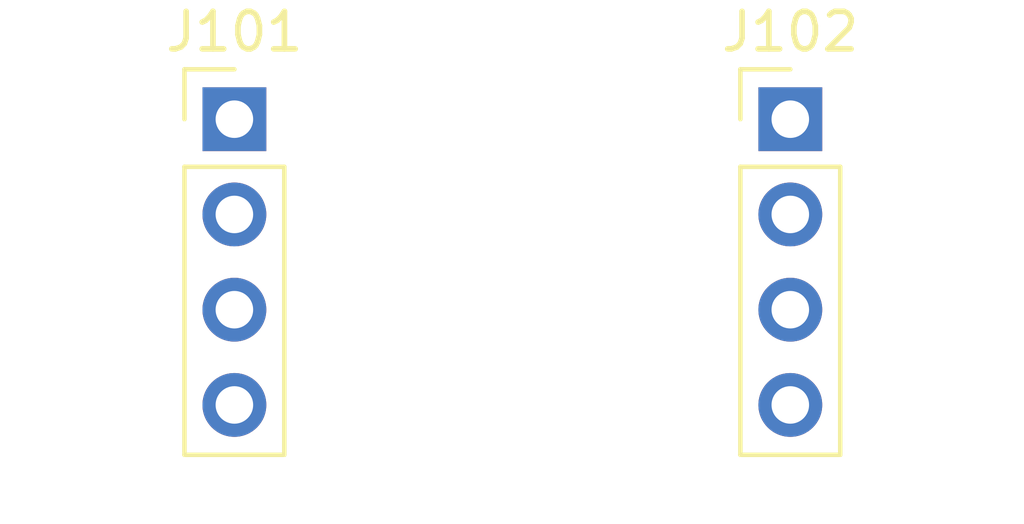
<source format=kicad_pcb>
(kicad_pcb (version 20221018) (generator pcbnew)
  (layers (0 "F.Cu" signal) (31 "B.Cu" signal) (34 "B.Paste" user) (35 "F.Paste" user) (36 "B.SilkS" user "B.Silkscreen") (37 "F.SilkS" user "F.Silkscreen") (38 "B.Mask" user) (39 "F.Mask" user) (44 "Edge.Cuts" user))
  (net 0 "")
  (footprint "Connector_PinHeader_2.54mm:PinHeader_1x04_P2.54mm_Vertical" (layer "F.Cu") (at 69.01 48.26)
    (fp_text reference "J101" (at 0 -2.33) (layer "F.SilkS"))
    (fp_text value "Conn_01x04_Pin")
    (fp_line (start -1.33 -1.33) (end 0 -1.33) (stroke (width 0.12)) (layer "F.SilkS"))
    (fp_line (start -1.33 0) (end -1.33 -1.33) (stroke (width 0.12)) (layer "F.SilkS"))
    (fp_line (start -1.33 1.27) (end -1.33 8.95) (stroke (width 0.12)) (layer "F.SilkS"))
    (fp_line (start -1.33 1.27) (end 1.33 1.27) (stroke (width 0.12)) (layer "F.SilkS"))
    (fp_line (start -1.33 8.95) (end 1.33 8.95) (stroke (width 0.12)) (layer "F.SilkS"))
    (fp_line (start 1.33 1.27) (end 1.33 8.95) (stroke (width 0.12)) (layer "F.SilkS"))
    (pad "1" thru_hole rect (at 0 0) (size 1.7 1.7) (drill 1) (layers "*.Cu" "*.Mask"))
    (pad "2" thru_hole oval (at 0 2.54) (size 1.7 1.7) (drill 1) (layers "*.Cu" "*.Mask"))
    (pad "3" thru_hole oval (at 0 5.08) (size 1.7 1.7) (drill 1) (layers "*.Cu" "*.Mask"))
    (pad "4" thru_hole oval (at 0 7.62) (size 1.7 1.7) (drill 1) (layers "*.Cu" "*.Mask"))
  )
  (footprint "Connector_PinHeader_2.54mm:PinHeader_1x04_P2.54mm_Vertical" (layer "F.Cu") (at 83.82 48.26)
    (fp_text reference "J102" (at 0 -2.33) (layer "F.SilkS"))
    (fp_text value "Conn_01x04_Pin")
    (fp_line (start -1.33 -1.33) (end 0 -1.33) (stroke (width 0.12)) (layer "F.SilkS"))
    (fp_line (start -1.33 0) (end -1.33 -1.33) (stroke (width 0.12)) (layer "F.SilkS"))
    (fp_line (start -1.33 1.27) (end -1.33 8.95) (stroke (width 0.12)) (layer "F.SilkS"))
    (fp_line (start -1.33 1.27) (end 1.33 1.27) (stroke (width 0.12)) (layer "F.SilkS"))
    (fp_line (start -1.33 8.95) (end 1.33 8.95) (stroke (width 0.12)) (layer "F.SilkS"))
    (fp_line (start 1.33 1.27) (end 1.33 8.95) (stroke (width 0.12)) (layer "F.SilkS"))
    (pad "1" thru_hole rect (at 0 0) (size 1.7 1.7) (drill 1) (layers "*.Cu" "*.Mask"))
    (pad "2" thru_hole oval (at 0 2.54) (size 1.7 1.7) (drill 1) (layers "*.Cu" "*.Mask"))
    (pad "3" thru_hole oval (at 0 5.08) (size 1.7 1.7) (drill 1) (layers "*.Cu" "*.Mask"))
    (pad "4" thru_hole oval (at 0 7.62) (size 1.7 1.7) (drill 1) (layers "*.Cu" "*.Mask"))
  )
)
</source>
